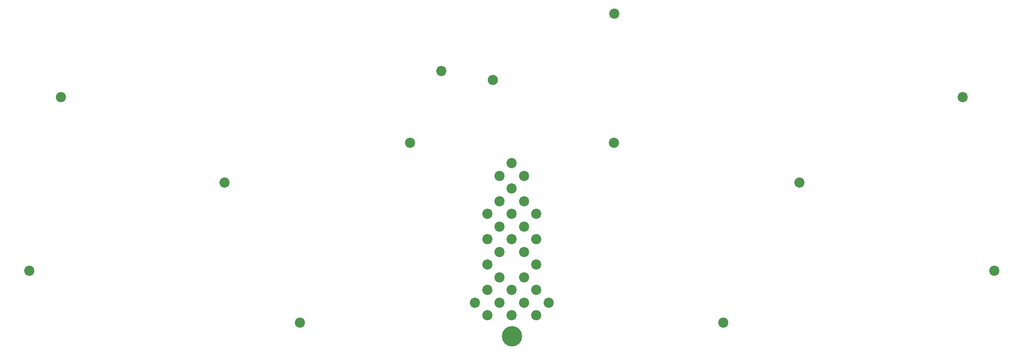
<source format=gbs>
G04 #@! TF.GenerationSoftware,KiCad,Pcbnew,(5.1.9-0-10_14)*
G04 #@! TF.CreationDate,2021-05-25T11:07:59+09:00*
G04 #@! TF.ProjectId,pcb-top-plate,7063622d-746f-4702-9d70-6c6174652e6b,1.3*
G04 #@! TF.SameCoordinates,PX2faf080PY2faf080*
G04 #@! TF.FileFunction,Soldermask,Bot*
G04 #@! TF.FilePolarity,Negative*
%FSLAX46Y46*%
G04 Gerber Fmt 4.6, Leading zero omitted, Abs format (unit mm)*
G04 Created by KiCad (PCBNEW (5.1.9-0-10_14)) date 2021-05-25 11:07:59*
%MOMM*%
%LPD*%
G01*
G04 APERTURE LIST*
%ADD10C,2.200000*%
%ADD11C,4.400000*%
G04 APERTURE END LIST*
D10*
X94750000Y-31260000D03*
X92080000Y-34010000D03*
X97420000Y-34010000D03*
X89440000Y-64270000D03*
X94750000Y-64280000D03*
X100080000Y-64280000D03*
X102750000Y-61520000D03*
X97430000Y-61520000D03*
X92080000Y-61520000D03*
X86740000Y-61520000D03*
X100080000Y-58770000D03*
X94760000Y-58770000D03*
X89440000Y-58770000D03*
X97420000Y-56010000D03*
X92080000Y-56020000D03*
X100070000Y-53270000D03*
X89440000Y-53270000D03*
X97420000Y-50510000D03*
X92090000Y-50510000D03*
X100070000Y-47770000D03*
X94750000Y-47770000D03*
X89440000Y-47770000D03*
X97420000Y-45010000D03*
X92080000Y-45010000D03*
X100070000Y-42270000D03*
X94760000Y-42270000D03*
X89440000Y-42270000D03*
X97420000Y-39510000D03*
X92080000Y-39510000D03*
X94760000Y-36770000D03*
X117000000Y1230000D03*
X90700000Y-13230000D03*
X79450000Y-11220000D03*
X199400000Y-54610000D03*
X192540000Y-16940000D03*
X157120000Y-35450000D03*
X140650000Y-65890000D03*
X116910000Y-26840000D03*
X48880000Y-65880000D03*
X72690000Y-26850000D03*
X32480000Y-35450000D03*
X-9800000Y-54610000D03*
X-2950000Y-16950000D03*
D11*
X94800000Y-68860000D03*
M02*

</source>
